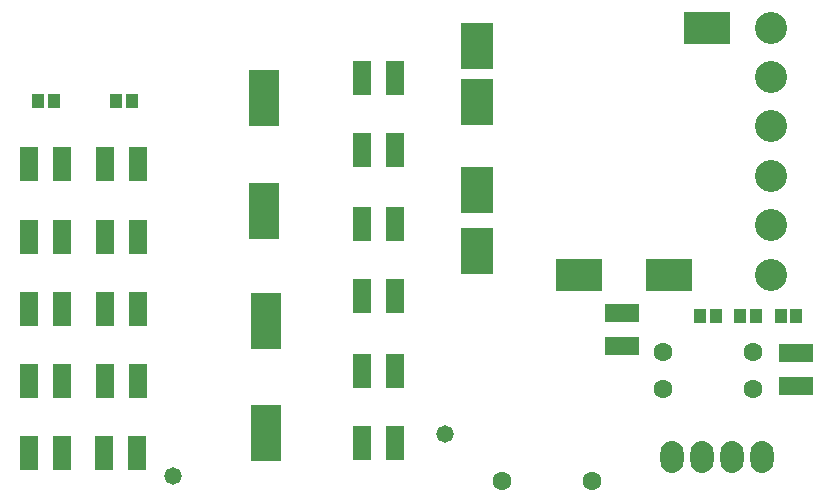
<source format=gts>
G04*
G04 #@! TF.GenerationSoftware,Altium Limited,Altium Designer,18.0.9 (584)*
G04*
G04 Layer_Color=8388736*
%FSLAX25Y25*%
%MOIN*%
G70*
G01*
G75*
%ADD23R,0.04147X0.04540*%
%ADD24R,0.09855X0.19107*%
%ADD25R,0.05918X0.11430*%
%ADD26R,0.11430X0.05918*%
%ADD27R,0.04343X0.04737*%
%ADD28R,0.15682X0.10682*%
%ADD29R,0.10682X0.15682*%
%ADD30C,0.10682*%
%ADD31O,0.07690X0.10642*%
%ADD32C,0.06312*%
%ADD33C,0.05800*%
D23*
X454382Y368500D02*
D03*
X459500D02*
D03*
X473000D02*
D03*
X467882D02*
D03*
D24*
X295641Y403500D02*
D03*
Y440902D02*
D03*
X296141Y329299D02*
D03*
Y366701D02*
D03*
D25*
X339094Y326020D02*
D03*
X328070D02*
D03*
X242629Y419035D02*
D03*
X253653D02*
D03*
X242629Y394535D02*
D03*
X253653D02*
D03*
X242629Y370535D02*
D03*
X253653D02*
D03*
X242641Y346535D02*
D03*
X253665D02*
D03*
X242141Y322535D02*
D03*
X253165D02*
D03*
X217129Y419035D02*
D03*
X228153D02*
D03*
X217129Y394535D02*
D03*
X228153D02*
D03*
X217129Y370535D02*
D03*
X228153D02*
D03*
X217129Y346535D02*
D03*
X228153D02*
D03*
X217129Y322535D02*
D03*
X228153D02*
D03*
X339117Y447535D02*
D03*
X328094D02*
D03*
X339117Y423535D02*
D03*
X328094D02*
D03*
X339117Y399035D02*
D03*
X328094D02*
D03*
X339117Y375035D02*
D03*
X328094D02*
D03*
X339141Y350035D02*
D03*
X328117D02*
D03*
D26*
X414941Y369512D02*
D03*
Y358488D02*
D03*
X473000Y356012D02*
D03*
Y344988D02*
D03*
D27*
X446098Y368500D02*
D03*
X440784D02*
D03*
X251456Y440035D02*
D03*
X246141D02*
D03*
X225456D02*
D03*
X220141D02*
D03*
D28*
X400704Y382000D02*
D03*
X430586D02*
D03*
X443106Y464520D02*
D03*
D29*
X366649Y390071D02*
D03*
Y410465D02*
D03*
Y439559D02*
D03*
Y458260D02*
D03*
D30*
X464641Y382000D02*
D03*
Y398535D02*
D03*
Y415031D02*
D03*
Y431528D02*
D03*
Y448024D02*
D03*
Y464520D02*
D03*
D31*
X431500Y321500D02*
D03*
X461500D02*
D03*
X451500D02*
D03*
X441500D02*
D03*
D32*
X405000Y313500D02*
D03*
X375000D02*
D03*
X428500Y356500D02*
D03*
X458500D02*
D03*
X428500Y344000D02*
D03*
X458500D02*
D03*
D33*
X355941Y329000D02*
D03*
X265165Y315035D02*
D03*
M02*

</source>
